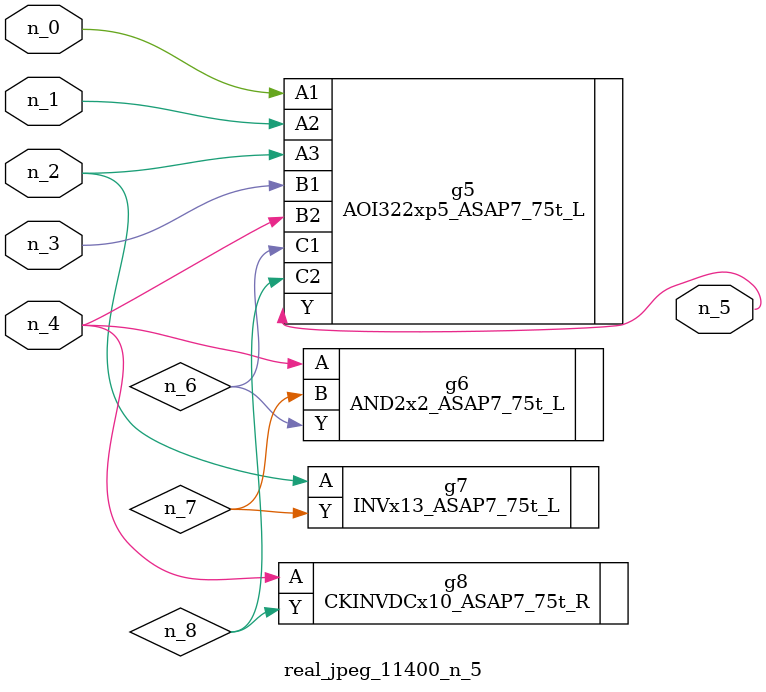
<source format=v>
module real_jpeg_11400_n_5 (n_4, n_0, n_1, n_2, n_3, n_5);

input n_4;
input n_0;
input n_1;
input n_2;
input n_3;

output n_5;

wire n_8;
wire n_6;
wire n_7;

AOI322xp5_ASAP7_75t_L g5 ( 
.A1(n_0),
.A2(n_1),
.A3(n_2),
.B1(n_3),
.B2(n_4),
.C1(n_6),
.C2(n_8),
.Y(n_5)
);

INVx13_ASAP7_75t_L g7 ( 
.A(n_2),
.Y(n_7)
);

AND2x2_ASAP7_75t_L g6 ( 
.A(n_4),
.B(n_7),
.Y(n_6)
);

CKINVDCx10_ASAP7_75t_R g8 ( 
.A(n_4),
.Y(n_8)
);


endmodule
</source>
